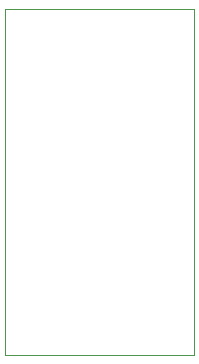
<source format=gm1>
%FSDAX25Y25*%
%MOIN*%
%SFA1B1*%

%IPPOS*%
%ADD76C,0.002000*%
%LNptw_ecu_original-1*%
%LPD*%
G54D76*
X0115000Y0110000D02*
Y0225354D01*
X0177992*
Y0110000D02*
Y0225354D01*
X0115000Y0110000D02*
X0177992D01*
M02*
</source>
